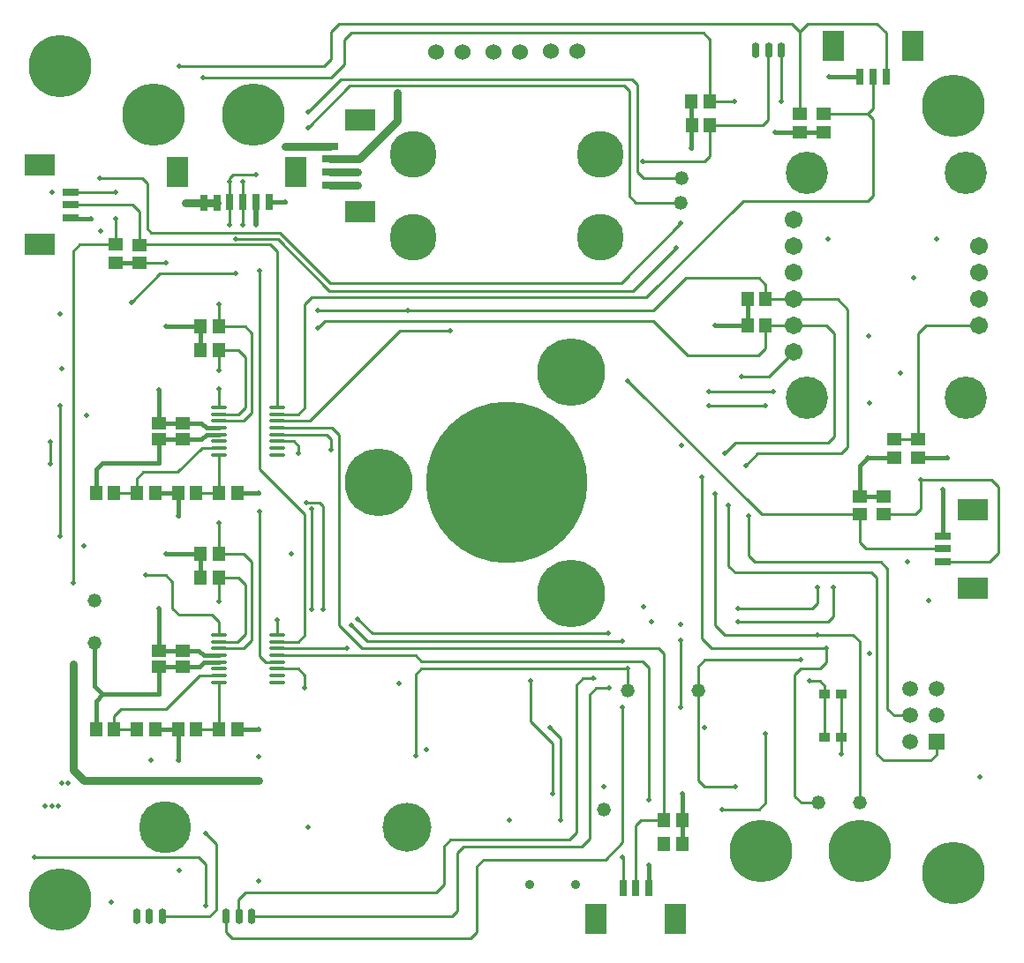
<source format=gtl>
G04*
G04 #@! TF.GenerationSoftware,Altium Limited,Altium Designer,19.0.15 (446)*
G04*
G04 Layer_Physical_Order=1*
G04 Layer_Color=255*
%FSLAX25Y25*%
%MOIN*%
G70*
G01*
G75*
%ADD13C,0.01000*%
%ADD15C,0.02000*%
%ADD17R,0.03937X0.03543*%
%ADD18R,0.05315X0.04528*%
%ADD19R,0.04528X0.05315*%
%ADD20R,0.05512X0.05118*%
%ADD21R,0.11811X0.08268*%
%ADD22R,0.06299X0.03150*%
%ADD23R,0.08268X0.11811*%
%ADD24R,0.03150X0.06299*%
%ADD25O,0.06299X0.01378*%
%ADD36C,0.06000*%
%ADD49C,0.01500*%
%ADD50C,0.03000*%
%ADD51C,0.25591*%
%ADD52C,0.05200*%
%ADD53C,0.03543*%
%ADD54C,0.23622*%
%ADD55O,0.02953X0.05906*%
%ADD56C,0.05906*%
%ADD57R,0.05906X0.05906*%
%ADD58C,0.15984*%
%ADD59C,0.06732*%
%ADD60C,0.61024*%
%ADD61C,0.17717*%
%ADD62C,0.19685*%
%ADD63C,0.18504*%
%ADD64C,0.02000*%
D13*
X37800Y236500D02*
X66500D01*
X27000Y225700D02*
X37800Y236500D01*
X65500Y274000D02*
X74000D01*
X64197Y272697D02*
X65500Y274000D01*
X64197Y271303D02*
Y272697D01*
X67500Y-6500D02*
Y0D01*
X93625Y297625D02*
X106000Y310000D01*
X93625Y291625D02*
X109500Y307500D01*
X218000Y275000D02*
Y308000D01*
X216000Y310000D02*
X218000Y308000D01*
X106000Y310000D02*
X216000Y310000D01*
X109500Y307500D02*
X213000Y307500D01*
X215000Y305500D01*
X217516Y263484D02*
X234500D01*
X215000Y266000D02*
X217516Y263484D01*
X215000Y266000D02*
Y305500D01*
X220500Y272500D02*
X234650D01*
X218000Y275000D02*
X220500Y272500D01*
X95000Y109750D02*
Y147500D01*
X89898Y97398D02*
X92500Y100000D01*
X82024Y97398D02*
X89898D01*
X92500Y100000D02*
Y145500D01*
X99500Y109750D02*
Y148500D01*
X98000Y150000D02*
X99500Y148500D01*
X93000Y150000D02*
X98000D01*
X75500Y162500D02*
X92500Y145500D01*
X75500Y162500D02*
Y237500D01*
X90000Y168500D02*
Y171398D01*
X88236Y173161D02*
X90000Y171398D01*
X64197Y255000D02*
Y263583D01*
X69118Y255000D02*
Y263583D01*
X33000Y253500D02*
X34500Y252000D01*
X33000Y253500D02*
Y270500D01*
X34500Y252000D02*
X83000D01*
X212579Y4209D02*
Y16421D01*
X136500Y90000D02*
X220000Y90000D01*
X134221Y92279D02*
X136500Y90000D01*
X82024Y92279D02*
X134221D01*
X112500Y106000D02*
X118000Y100500D01*
X116000Y97500D02*
X212500Y97500D01*
X110000Y103500D02*
X116000Y97500D01*
X118000Y100500D02*
X207000Y100500D01*
X15000Y272500D02*
X31000D01*
X33000Y270500D01*
X69118Y263583D02*
Y271185D01*
X64197Y263583D02*
Y271303D01*
X286075Y112075D02*
Y118000D01*
Y100000D02*
X299500D01*
X251043D02*
X286075D01*
X60055Y64236D02*
Y81965D01*
X51445Y64236D02*
X60055D01*
X20445D02*
X29055D01*
X289224Y89500D02*
Y95000D01*
X286886Y87161D02*
X289224Y89500D01*
X279661Y87161D02*
X286886D01*
X277500Y85000D02*
X279661Y87161D01*
X277500Y39000D02*
Y85000D01*
Y39000D02*
X280000Y36500D01*
X286500D01*
X295150Y55000D02*
Y61429D01*
X288850Y77571D02*
Y80650D01*
X286988Y82512D02*
X288850Y80650D01*
X282925Y82512D02*
X286988D01*
X288850Y61429D02*
Y77571D01*
X302000Y36500D02*
Y97500D01*
X299500Y100000D02*
X302000Y97500D01*
X295150Y61429D02*
Y77571D01*
X30000Y240555D02*
X39945D01*
X97500Y222500D02*
X131500D01*
X228055Y30000D02*
Y92945D01*
X226000Y95000D02*
X228055Y92945D01*
X114000Y95000D02*
X226000D01*
X105500Y103500D02*
X114000Y95000D01*
X105500Y103500D02*
Y175500D01*
X102720Y178279D02*
X105500Y175500D01*
X82024Y178279D02*
X102720D01*
X0Y0D02*
X1000Y-1000D01*
X220000Y278610D02*
X220390Y279000D01*
X245390Y301500D02*
Y325000D01*
X242890Y327500D02*
X245390Y325000D01*
X110000Y327500D02*
X242890D01*
X107500Y325000D02*
X110000Y327500D01*
X105500Y331000D02*
X276500D01*
X102500Y328000D02*
X105500Y331000D01*
X102500Y317642D02*
Y328000D01*
X107500Y315500D02*
Y325000D01*
X102500Y310500D02*
X107500Y315500D01*
X99858Y315000D02*
X102500Y317642D01*
X45000Y315000D02*
X99858Y315000D01*
X54000Y310500D02*
X102500D01*
X212500Y21500D02*
Y72650D01*
X206000Y15000D02*
X212500Y21500D01*
X160000Y15000D02*
X206000D01*
X234350Y72650D02*
Y98000D01*
X157500Y12500D02*
X160000Y15000D01*
X157500Y-12342D02*
Y12500D01*
X155000Y-14842D02*
X157500Y-12342D01*
X65000Y-14842D02*
X155000D01*
X62657Y-12500D02*
X65000Y-14842D01*
X62657Y-12500D02*
Y-6500D01*
X55000Y25000D02*
X59000Y21000D01*
Y-4000D02*
Y21000D01*
X56500Y-6500D02*
X59000Y-4000D01*
X145000Y5500D02*
Y20000D01*
X142000Y2500D02*
X145000Y5500D01*
X70000Y2500D02*
X142000Y2500D01*
X67500Y0D02*
X70000Y2500D01*
X150000Y-4500D02*
Y17500D01*
X148000Y-6500D02*
X150000Y-4500D01*
X72500Y-6500D02*
X148000D01*
X38764D02*
X56500D01*
X201500Y83500D02*
X202000D01*
X197500D02*
X201500D01*
X195000Y81000D02*
X197500Y83500D01*
X195000Y25167D02*
Y81000D01*
X202539Y80000D02*
X207500D01*
X192333Y22500D02*
X195000Y25167D01*
X200000Y77461D02*
X202539Y80000D01*
X200000Y23000D02*
Y77461D01*
X197000Y20000D02*
X200000Y23000D01*
X152500Y20000D02*
X197000D01*
X150000Y17500D02*
X152500Y20000D01*
X147500Y22500D02*
X192333D01*
X189000Y30000D02*
Y61000D01*
X185000Y65000D02*
X189000Y61000D01*
X145000Y20000D02*
X147500Y22500D01*
X136500Y87161D02*
X214500D01*
X134250Y84911D02*
X136500Y87161D01*
X277000Y216941D02*
X289464D01*
X292500Y175000D02*
Y213905D01*
X289464Y216941D02*
X292500Y213905D01*
X245445Y280945D02*
Y292500D01*
X243500Y279000D02*
X245445Y280945D01*
X220390Y279000D02*
X243500D01*
X220000Y278610D02*
Y279000D01*
X266445Y226941D02*
X277000D01*
X293559D01*
X245000Y186740D02*
X266500D01*
X243500Y42500D02*
X255000D01*
X241000Y45000D02*
X243500Y42500D01*
X241000Y45000D02*
Y79000D01*
X243500Y90500D02*
X279776D01*
X241000Y88000D02*
X243500Y90500D01*
X241000Y79000D02*
Y88000D01*
X292000Y107000D02*
Y118000D01*
X290000Y105000D02*
X292000Y107000D01*
X256000Y105000D02*
X290000D01*
X283957Y109957D02*
X286075Y112075D01*
X237000Y205500D02*
X263559D01*
X224000Y218500D02*
X237000Y205500D01*
X100000Y218500D02*
X224000D01*
X236390Y234890D02*
X264000D01*
X224000Y222500D02*
X236390Y234890D01*
X131500Y222500D02*
X224000Y222500D01*
X221500Y227500D02*
X258000Y264000D01*
X95000Y227500D02*
X221500D01*
X258000Y264000D02*
X305000D01*
X216500Y230000D02*
X232730Y246230D01*
X101858Y230000D02*
X216500D01*
X288500Y296945D02*
X304945D01*
X288461D02*
X288500D01*
X245000Y192000D02*
X269500D01*
X212000Y233000D02*
X234500Y255500D01*
X102000Y233000D02*
X212000D01*
X302063Y145555D02*
Y145610D01*
X264890D02*
X302063D01*
X214500Y196000D02*
X264890Y145610D01*
X256000Y109957D02*
X283957D01*
X82358Y249500D02*
X101858Y230000D01*
X66500Y249500D02*
X82358D01*
X83000Y252000D02*
X102000Y233000D01*
X59945Y216500D02*
Y224945D01*
X267485Y294485D02*
Y320625D01*
X265500Y292500D02*
X267485Y294485D01*
X245445Y292500D02*
X265500D01*
X276500Y331000D02*
X279500Y328000D01*
X272500Y301500D02*
Y321000D01*
X214500Y79000D02*
Y87161D01*
X21000Y247500D02*
Y257390D01*
X3917Y267461D02*
X20961D01*
X308500Y331000D02*
X311961Y327539D01*
X282500Y331000D02*
X308500D01*
X279500Y328000D02*
X282500Y331000D01*
X279500Y296945D02*
Y328000D01*
X311961Y311083D02*
Y327539D01*
X354500Y131000D02*
Y156000D01*
X351709Y158791D02*
X354500Y156000D01*
X325000Y158791D02*
X351709D01*
X351079Y127579D02*
X354500Y131000D01*
X333291Y127579D02*
X351079D01*
X325000Y147500D02*
Y158791D01*
X323055Y145555D02*
X325000Y147500D01*
X311000Y145555D02*
X323055D01*
X302063D02*
X302067Y145551D01*
Y134933D02*
Y145551D01*
X219500Y30000D02*
X228055D01*
X217500Y28000D02*
X219500Y30000D01*
X217500Y4209D02*
Y28000D01*
X245390Y301500D02*
X254658D01*
X245390D02*
X245811Y301921D01*
X55055Y-2445D02*
Y13445D01*
X312500Y72000D02*
Y125000D01*
X310000Y127500D02*
X312500Y125000D01*
X262500Y127500D02*
X310000D01*
X314984Y69516D02*
X321000D01*
X312500Y72000D02*
X314984Y69516D01*
X331000Y54750D02*
Y59516D01*
X328805Y52555D02*
X331000Y54750D01*
X310945Y52555D02*
X328805D01*
X308500Y55000D02*
X310945Y52555D01*
X308500Y55000D02*
Y121500D01*
X128500Y215000D02*
X147500D01*
X97487Y215987D02*
X100000Y218500D01*
X257500Y197500D02*
X267559D01*
X277000Y206941D01*
X266500Y36500D02*
Y62500D01*
X264000Y34000D02*
X266500Y36500D01*
X250000Y34000D02*
X264000D01*
X260000Y130000D02*
Y145000D01*
Y130000D02*
X262500Y127500D01*
X252500Y126000D02*
Y149000D01*
Y126000D02*
X255000Y123500D01*
X306500D01*
X308500Y121500D01*
X242500Y98500D02*
Y159500D01*
Y98500D02*
X246000Y95000D01*
X289224D01*
X247543Y103500D02*
Y153457D01*
Y103500D02*
X251043Y100000D01*
X251000Y168500D02*
X255000Y172500D01*
X290000D01*
X292500Y175000D01*
X263500Y168500D02*
X295000D01*
X259000Y164000D02*
X263500Y168500D01*
X295000D02*
X297500Y171000D01*
Y223000D01*
X293559Y226941D02*
X297500Y223000D01*
X134250Y54250D02*
Y84911D01*
X177772Y67228D02*
Y82500D01*
Y67228D02*
X186000Y59000D01*
Y40000D02*
Y59000D01*
X0Y186740D02*
Y187000D01*
Y137240D02*
Y186740D01*
X32500Y122500D02*
X40000D01*
X42500Y120000D01*
Y110000D02*
Y120000D01*
Y110000D02*
X45000Y107500D01*
X57500D01*
X59976Y105024D01*
Y99957D02*
Y105024D01*
X60000Y185980D02*
Y193000D01*
X59976Y185957D02*
X60000Y185980D01*
X-3500Y164500D02*
Y173000D01*
X82024Y94839D02*
X108423D01*
X266445Y208386D02*
Y216941D01*
X263559Y205500D02*
X266445Y208386D01*
X220000Y90000D02*
X222500Y87500D01*
Y37500D02*
Y87500D01*
X92457Y80118D02*
Y84602D01*
X89898Y87161D02*
X92457Y84602D01*
X82024Y87161D02*
X89898D01*
X-9500Y16000D02*
X-8500D01*
X-8500Y16000D01*
X52500Y16000D02*
X55055Y13445D01*
X-8500Y16000D02*
X52500Y16000D01*
X94339Y180839D02*
X128500Y215000D01*
X75500Y92000D02*
Y146500D01*
Y92000D02*
X77780Y89720D01*
X82024D01*
X5000Y119500D02*
Y245000D01*
X82000Y99980D02*
Y105500D01*
Y99980D02*
X82024Y99957D01*
X5000Y245000D02*
X7500Y247500D01*
X21000D01*
X59945Y112500D02*
Y121500D01*
Y130500D02*
Y142445D01*
X52602Y84602D02*
X59976D01*
X40000Y72000D02*
X52602Y84602D01*
X23000Y72000D02*
X40000D01*
X20445Y69445D02*
X23000Y72000D01*
X20445Y64236D02*
Y69445D01*
X59976Y82043D02*
X60055Y81965D01*
X69500Y130500D02*
X72500Y127500D01*
Y98000D02*
Y127500D01*
X69339Y94839D02*
X72500Y98000D01*
X59945Y130500D02*
X69500D01*
X59976Y94839D02*
X69339D01*
X70000Y100457D02*
Y118839D01*
X67339Y121500D02*
X70000Y118839D01*
X59945Y121500D02*
X67339D01*
X66941Y97398D02*
X70000Y100457D01*
X59976Y97398D02*
X66941D01*
X82024Y173161D02*
X88236D01*
X264000Y234890D02*
X266445Y232445D01*
Y226941D02*
Y232445D01*
X59945Y200000D02*
Y207500D01*
X92500Y225000D02*
X95000Y227500D01*
X92500Y186000D02*
Y225000D01*
X89898Y183398D02*
X92500Y186000D01*
X82024Y183398D02*
X89898D01*
X72500Y184000D02*
Y214000D01*
X59976Y180839D02*
X69339D01*
X72500Y184000D01*
X70000Y216500D02*
X72500Y214000D01*
X59945Y216500D02*
X70000D01*
Y185898D02*
Y205000D01*
X67500Y207500D02*
X70000Y205000D01*
X59945Y207500D02*
X67500D01*
Y183398D02*
X70000Y185898D01*
X59976Y183398D02*
X67500D01*
X102500Y170000D02*
Y174000D01*
X100779Y175721D02*
X102500Y174000D01*
X82024Y175721D02*
X100779D01*
X82024Y180839D02*
X94339D01*
X307000Y266000D02*
Y294890D01*
X305000Y264000D02*
X307000Y266000D01*
X304945Y296945D02*
X307000Y294890D01*
X20445Y153500D02*
X29055D01*
X53602Y170602D02*
X59976D01*
X44500Y161500D02*
X53602Y170602D01*
X31500Y161500D02*
X44500D01*
X29055Y159055D02*
X31500Y161500D01*
X29055Y153500D02*
Y159055D01*
X51445Y153500D02*
X60055D01*
X59976Y168043D02*
X60055Y167965D01*
Y153500D02*
Y167965D01*
X82024Y185957D02*
Y244976D01*
X79500Y247500D02*
X82024Y244976D01*
X30000Y247500D02*
X79500D01*
X304500Y132500D02*
X333291D01*
X302067Y134933D02*
X304500Y132500D01*
X315000Y173945D02*
X324000D01*
X327000Y216941D02*
X347000D01*
X324000Y213941D02*
X327000Y216941D01*
X324000Y173945D02*
Y213941D01*
X266445Y216941D02*
X277000D01*
X307039Y299039D02*
Y311083D01*
X304945Y296945D02*
X307039Y299039D01*
X30000Y247500D02*
Y260000D01*
X27461Y262539D02*
X30000Y260000D01*
X3917Y262539D02*
X27461D01*
D15*
X74039Y255000D02*
Y263583D01*
D17*
X295150Y77571D02*
D03*
Y61429D02*
D03*
X288850D02*
D03*
Y77571D02*
D03*
D18*
X30000Y247445D02*
D03*
Y240555D02*
D03*
X21000Y247500D02*
D03*
Y240610D02*
D03*
X288500Y296945D02*
D03*
Y290055D02*
D03*
X279500Y296945D02*
D03*
Y290055D02*
D03*
X302118Y145555D02*
D03*
Y152445D02*
D03*
X311000Y145555D02*
D03*
Y152445D02*
D03*
X324000Y173945D02*
D03*
Y167055D02*
D03*
X315000D02*
D03*
Y173945D02*
D03*
D19*
X228055Y30000D02*
D03*
X234945D02*
D03*
X228110Y21000D02*
D03*
X235000D02*
D03*
X245445Y292500D02*
D03*
X238555D02*
D03*
X245390Y301500D02*
D03*
X238500D02*
D03*
X266445Y216941D02*
D03*
X259555D02*
D03*
X266445Y226941D02*
D03*
X259555D02*
D03*
X13555Y153500D02*
D03*
X20445D02*
D03*
X29055D02*
D03*
X35945D02*
D03*
X66945D02*
D03*
X60055D02*
D03*
X51445D02*
D03*
X44555D02*
D03*
X59945Y216500D02*
D03*
X53055D02*
D03*
X59945Y207500D02*
D03*
X53055D02*
D03*
X13555Y64236D02*
D03*
X20445D02*
D03*
X29055D02*
D03*
X35945D02*
D03*
X66945D02*
D03*
X60055D02*
D03*
X51445D02*
D03*
X44555D02*
D03*
X59945Y130500D02*
D03*
X53055D02*
D03*
X59945Y121500D02*
D03*
X53055D02*
D03*
D20*
X46457Y180150D02*
D03*
Y173850D02*
D03*
X37457Y94150D02*
D03*
Y87850D02*
D03*
X37457Y173850D02*
D03*
Y180150D02*
D03*
X46457Y87850D02*
D03*
Y94150D02*
D03*
D21*
X113500Y259961D02*
D03*
Y294803D02*
D03*
X-7500Y277500D02*
D03*
Y247579D02*
D03*
X344709Y117539D02*
D03*
Y147461D02*
D03*
D22*
X102083Y279842D02*
D03*
Y274921D02*
D03*
Y270000D02*
D03*
X102083Y284764D02*
D03*
X3917Y257618D02*
D03*
Y262539D02*
D03*
Y267461D02*
D03*
X333291Y137421D02*
D03*
Y132500D02*
D03*
Y127579D02*
D03*
D23*
X292079Y322500D02*
D03*
X322000D02*
D03*
X232461Y-7209D02*
D03*
X202539D02*
D03*
X89000Y275000D02*
D03*
X44315D02*
D03*
D24*
X311961Y311083D02*
D03*
X307039D02*
D03*
X302118D02*
D03*
X212579Y4209D02*
D03*
X217500D02*
D03*
X222421D02*
D03*
X64197Y263583D02*
D03*
X69118Y263583D02*
D03*
X74039D02*
D03*
X78961D02*
D03*
X59276Y263484D02*
D03*
X54354D02*
D03*
D25*
X59976Y185957D02*
D03*
Y183398D02*
D03*
Y180839D02*
D03*
Y178279D02*
D03*
Y175721D02*
D03*
Y173161D02*
D03*
Y170602D02*
D03*
Y168043D02*
D03*
X82024Y185957D02*
D03*
Y183398D02*
D03*
Y180839D02*
D03*
Y178279D02*
D03*
Y175721D02*
D03*
Y173161D02*
D03*
Y170602D02*
D03*
Y168043D02*
D03*
X59976Y99957D02*
D03*
Y97398D02*
D03*
Y94839D02*
D03*
Y92279D02*
D03*
Y89720D02*
D03*
Y87161D02*
D03*
Y84602D02*
D03*
Y82043D02*
D03*
X82024Y99957D02*
D03*
Y97398D02*
D03*
Y94839D02*
D03*
Y92279D02*
D03*
Y89720D02*
D03*
Y87161D02*
D03*
Y84602D02*
D03*
Y82043D02*
D03*
D36*
X173750Y320483D02*
D03*
X163750D02*
D03*
X185500Y320489D02*
D03*
X195500D02*
D03*
X152000Y320483D02*
D03*
X142000D02*
D03*
D49*
X4217Y257318D02*
X11800D01*
X3917Y257618D02*
X4217Y257318D01*
X302067Y152500D02*
X302122Y152445D01*
X238500Y284000D02*
Y301500D01*
X21000Y240610D02*
X30000D01*
X66945Y64236D02*
X75161D01*
X44555Y52555D02*
Y64236D01*
X35945D02*
X44555D01*
X290417Y311083D02*
X302118D01*
X333291Y137421D02*
Y155000D01*
X222421Y4209D02*
Y13000D01*
X13087Y80500D02*
Y97000D01*
Y80500D02*
X16043Y77543D01*
X20890Y240500D02*
X21000Y240610D01*
X78961Y263583D02*
X84917D01*
X40000Y130500D02*
X53055D01*
Y121500D02*
Y130500D01*
X16043Y77543D02*
X37457D01*
X13555Y75055D02*
X16043Y77543D01*
X13555Y64236D02*
Y75055D01*
X37457Y94150D02*
Y109957D01*
Y94150D02*
X37457Y94150D01*
X46457D01*
X37457Y77543D02*
Y87850D01*
X37457Y87850D01*
X46457D01*
X54441Y89720D02*
X59976D01*
X52571Y87850D02*
X54441Y89720D01*
X46457Y87850D02*
X52571D01*
X46457Y94150D02*
X52350D01*
X54220Y92279D01*
X59976D01*
X53055Y207500D02*
Y216500D01*
X40000D02*
X53055D01*
X44555Y145000D02*
Y153500D01*
X16000Y165000D02*
X37457D01*
X13555Y162555D02*
X16000Y165000D01*
X13555Y153500D02*
Y162555D01*
X35945Y153500D02*
X44555D01*
X66945D02*
X75000D01*
X37457Y165000D02*
Y173850D01*
Y180150D02*
Y192500D01*
Y173850D02*
X37457Y173850D01*
X46457D01*
X37457Y180150D02*
X37457Y180150D01*
X46457D01*
X55221Y178279D02*
X59976D01*
X53350Y180150D02*
X55221Y178279D01*
X46457Y180150D02*
X53350D01*
X46457Y173850D02*
X53350D01*
X55221Y175721D01*
X59976D01*
X234945Y30000D02*
Y40000D01*
Y30000D02*
X235000Y29945D01*
Y21000D02*
Y29945D01*
X302067Y152500D02*
Y164122D01*
X305000Y167055D01*
X302122Y152445D02*
X311000D01*
X305000Y167055D02*
X315000D01*
X324000D02*
X335000D01*
X247500Y216941D02*
X259555D01*
Y226941D01*
X311961Y311083D02*
X312000Y311043D01*
X270000Y290055D02*
X279500D01*
X288461D01*
D50*
X102083Y270000D02*
X112500D01*
X54354Y263484D02*
X59276D01*
X47500D02*
X54354D01*
X85000Y284764D02*
X102083D01*
X102083Y279842D02*
X113134D01*
X127500Y294209D01*
X102083Y274921D02*
X112421D01*
X127500Y294209D02*
Y305000D01*
X5000Y89000D02*
X5000Y72264D01*
X5000Y49000D01*
X8929Y45071D02*
X65000D01*
X5000Y49000D02*
X8929Y45071D01*
X72500D02*
X74929D01*
X69929D02*
X72500D01*
X67500D02*
X69929D01*
X65000D02*
X67500D01*
D51*
X120323Y157500D02*
D03*
X192965Y199437D02*
D03*
Y115563D02*
D03*
D52*
X13087Y97000D02*
D03*
X234500Y263484D02*
D03*
X234650Y272500D02*
D03*
X205500Y34000D02*
D03*
X302000Y36500D02*
D03*
X286500D02*
D03*
X241000Y79000D02*
D03*
X214500D02*
D03*
X13087Y112850D02*
D03*
D53*
X194661Y5531D02*
D03*
X177339D02*
D03*
D54*
X337500Y300000D02*
D03*
Y10000D02*
D03*
X0Y0D02*
D03*
Y315000D02*
D03*
X72933Y296693D02*
D03*
X302067Y18307D02*
D03*
X264567D02*
D03*
X35433Y296693D02*
D03*
D55*
X72500Y-6500D02*
D03*
X67579D02*
D03*
X62657D02*
D03*
X262657Y321000D02*
D03*
X267579D02*
D03*
X272500D02*
D03*
X38764Y-6500D02*
D03*
X33843D02*
D03*
X28921D02*
D03*
D56*
X321000Y79516D02*
D03*
X331000D02*
D03*
X321000Y69516D02*
D03*
X331000D02*
D03*
X321000Y59516D02*
D03*
D57*
X331000D02*
D03*
D58*
X282000Y274500D02*
D03*
X342000D02*
D03*
X282000Y189500D02*
D03*
X342000D02*
D03*
D59*
X277000Y256941D02*
D03*
Y246941D02*
D03*
Y236941D02*
D03*
Y226941D02*
D03*
Y216941D02*
D03*
Y206941D02*
D03*
X347000Y216941D02*
D03*
Y226941D02*
D03*
Y236941D02*
D03*
Y246941D02*
D03*
D60*
X168750Y157500D02*
D03*
D61*
X204183Y281713D02*
D03*
Y250217D02*
D03*
X133317D02*
D03*
Y281713D02*
D03*
D62*
X39646Y27244D02*
D03*
D63*
X130984D02*
D03*
D64*
X27000Y225700D02*
D03*
X74000Y274000D02*
D03*
X93625Y291625D02*
D03*
Y297625D02*
D03*
X99500Y109750D02*
D03*
X87500Y130724D02*
D03*
X95000Y109750D02*
D03*
X110000Y103500D02*
D03*
X112500Y106000D02*
D03*
X93000Y150000D02*
D03*
X95000Y147500D02*
D03*
X90000Y168500D02*
D03*
X64197Y255000D02*
D03*
X69118D02*
D03*
X207000Y100500D02*
D03*
X15000Y272500D02*
D03*
X66500Y236500D02*
D03*
Y249500D02*
D03*
X69118Y271303D02*
D03*
X64197Y271303D02*
D03*
X286075Y118000D02*
D03*
Y100000D02*
D03*
X292000Y118000D02*
D03*
X15500Y252500D02*
D03*
X11800Y257318D02*
D03*
X0Y221200D02*
D03*
X755Y200500D02*
D03*
X-2945Y267461D02*
D03*
X75161Y64236D02*
D03*
X295150Y55000D02*
D03*
X282925Y82512D02*
D03*
X74039Y255000D02*
D03*
X39945Y240555D02*
D03*
X85000Y284764D02*
D03*
X112421Y274921D02*
D03*
X112500Y270000D02*
D03*
X127500Y305000D02*
D03*
X212500Y72650D02*
D03*
X234350D02*
D03*
Y98000D02*
D03*
X220500Y110500D02*
D03*
X212500Y97500D02*
D03*
X201500Y83500D02*
D03*
X207500Y80000D02*
D03*
X223500Y105000D02*
D03*
X322445Y234945D02*
D03*
X305555Y187500D02*
D03*
X317445Y199055D02*
D03*
X305480Y213000D02*
D03*
X331067Y249500D02*
D03*
X290000D02*
D03*
X220000Y279000D02*
D03*
X238500Y284000D02*
D03*
X245000Y186740D02*
D03*
X266500D02*
D03*
X245000Y192000D02*
D03*
X269500D02*
D03*
X234500Y255500D02*
D03*
X232730Y246230D02*
D03*
X214500Y196000D02*
D03*
X256000Y105000D02*
D03*
Y109957D02*
D03*
X59945Y224945D02*
D03*
X44555Y52555D02*
D03*
X272500Y301500D02*
D03*
X21000Y257390D02*
D03*
X20961Y267461D02*
D03*
X290417Y311083D02*
D03*
X333291Y155000D02*
D03*
X325000Y158791D02*
D03*
X222421Y13000D02*
D03*
X228000Y21000D02*
D03*
X212500Y16063D02*
D03*
X254658Y301500D02*
D03*
X55055Y-2445D02*
D03*
X55000Y25000D02*
D03*
X205500Y42500D02*
D03*
X131339Y222500D02*
D03*
X147500Y215000D02*
D03*
X34500Y52555D02*
D03*
X3000Y44000D02*
D03*
X5213Y67000D02*
D03*
Y69516D02*
D03*
X257500Y197500D02*
D03*
X279776Y90500D02*
D03*
X84917Y263583D02*
D03*
X47500Y263484D02*
D03*
X19260Y-1000D02*
D03*
X45000Y11150D02*
D03*
X128000Y81500D02*
D03*
X575Y44000D02*
D03*
X5213Y72264D02*
D03*
X-500Y35240D02*
D03*
X-3000D02*
D03*
X-5500D02*
D03*
X93550Y27200D02*
D03*
X65000Y45071D02*
D03*
X67500D02*
D03*
X69929D02*
D03*
X72500D02*
D03*
X74929D02*
D03*
X5000Y89000D02*
D03*
X75161Y54000D02*
D03*
X250000Y34000D02*
D03*
X266500Y62500D02*
D03*
X255000Y42500D02*
D03*
X260000Y145000D02*
D03*
X252500Y149000D02*
D03*
X305555Y93000D02*
D03*
X347500Y46484D02*
D03*
X242500Y159500D02*
D03*
X289224Y95000D02*
D03*
X247543Y153457D02*
D03*
X251000Y168500D02*
D03*
X259000Y164000D02*
D03*
X234350Y104000D02*
D03*
X234650Y171500D02*
D03*
X328150Y112850D02*
D03*
X214500Y87161D02*
D03*
X134250Y54250D02*
D03*
X138500Y56721D02*
D03*
X177772Y82500D02*
D03*
X186000Y40000D02*
D03*
X189000Y30000D02*
D03*
X185000Y65000D02*
D03*
X243500D02*
D03*
X169720Y30000D02*
D03*
X0Y186740D02*
D03*
Y137240D02*
D03*
X9000Y133500D02*
D03*
X32500Y122500D02*
D03*
X60000Y193000D02*
D03*
X10000Y183000D02*
D03*
X75500Y237500D02*
D03*
X-3500Y173000D02*
D03*
Y164500D02*
D03*
X75500Y146500D02*
D03*
X108423Y94839D02*
D03*
X92457Y80118D02*
D03*
X222500Y37500D02*
D03*
X-9500Y16000D02*
D03*
X54000Y310500D02*
D03*
X97487Y215987D02*
D03*
X45000Y315000D02*
D03*
X5000Y119500D02*
D03*
X82000Y105500D02*
D03*
X59945Y112500D02*
D03*
Y142445D02*
D03*
X40000Y130500D02*
D03*
X37457Y109957D02*
D03*
Y77543D02*
D03*
X40000Y216500D02*
D03*
X97500Y222500D02*
D03*
X59945Y200000D02*
D03*
X102500Y170000D02*
D03*
X44555Y145000D02*
D03*
X75000Y153500D02*
D03*
X37457Y165000D02*
D03*
Y192500D02*
D03*
X75000Y7000D02*
D03*
X234945Y40000D02*
D03*
X320079Y127579D02*
D03*
X305000Y167055D02*
D03*
X335000D02*
D03*
X247500Y216941D02*
D03*
X270000Y290055D02*
D03*
M02*

</source>
